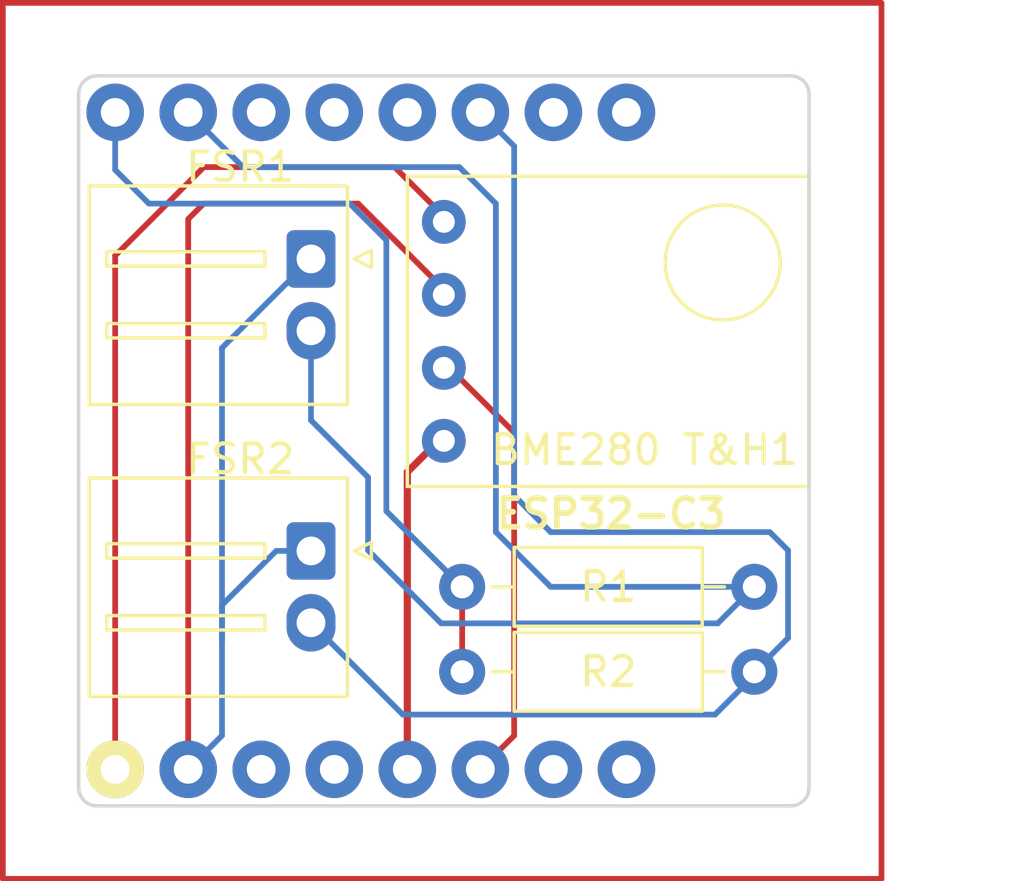
<source format=kicad_pcb>
(kicad_pcb (version 20211014) (generator pcbnew)
  (layers (0 "F.Cu" signal) (31 "B.Cu" signal) (34 "B.Paste" user) (35 "F.Paste" user) (36 "B.SilkS" user "B.Silkscreen") (37 "F.SilkS" user "F.Silkscreen") (38 "B.Mask" user) (39 "F.Mask" user) (44 "Edge.Cuts" user))
  (net 0 "")
  (net 1 "VIN")
  (net 2 "GND")
  (net 3 "3.3V")
  (net 4 "RST")
  (net 5 "A3")
  (net 6 "A2")
  (net 7 "A1")
  (net 8 "A0")
  (net 9 "A4")
  (net 10 "A5")
  (net 11 "SCL")
  (net 12 "SDA")
  (footprint "MountingHole:MountingHole_2.2mm_M2" (layer "F.Cu") (at 137.8 136.6)
    (fp_text reference "REF**" hide)
    (fp_text value "MountingHole_2.2mm_M2")
    (pad "" np_thru_hole circle (at 0 0) (size 2.2 2.2) (drill 2.2) (layers *.Cu *.Mask))
  )
  (footprint "Connector_JST:JST_XH_S2B-XH-A-1_1x02_P2.50mm_Horizontal" (layer "F.Cu") (at 114.375 152.4 -90)
    (fp_text reference "FSR2" (at -4.445 -5.64) (layer "F.SilkS"))
    (fp_text value "JST_XH_S2B-XH-A-1_1x02_P2.50mm_Horizontal" hide)
    (fp_line (start -1 -1) (end -1 -6.5) (layer "F.SilkS") (width 0.12))
    (fp_line (start 1.5 -1) (end 1.5 -6.5) (layer "F.SilkS") (width 0.12))
    (fp_line (start -1 -6.5) (end -1.5 -6.5) (layer "F.SilkS") (width 0.12))
    (fp_line (start 1 -1) (end 1.5 -1) (layer "F.SilkS") (width 0.12))
    (fp_line (start 0 -0.39) (end -3.81 -0.39) (layer "F.SilkS") (width 0.12))
    (fp_line (start 1.5 -6.5) (end 1 -6.5) (layer "F.SilkS") (width 0.12))
    (fp_line (start -1.55 -10.2) (end -0.95 -10.2) (layer "F.SilkS") (width 0.12))
    (fp_line (start -1.5 -6.5) (end -1.5 -1) (layer "F.SilkS") (width 0.12))
    (fp_line (start 0 -0.39) (end 3.81 -0.39) (layer "F.SilkS") (width 0.12))
    (fp_line (start 1 -6.5) (end 1 -1) (layer "F.SilkS") (width 0.12))
    (fp_line (start -0.95 -10.2) (end -1.25 -9.6) (layer "F.SilkS") (width 0.12))
    (fp_line (start -1.5 -1) (end -1 -1) (layer "F.SilkS") (width 0.12))
    (fp_line (start -1.25 -9.6) (end -1.55 -10.2) (layer "F.SilkS") (width 0.12))
    (fp_rect (start 3.81 -0.39) (end -3.79 -9.37) (layer "F.SilkS") (width 0.12) (fill none))
    (pad "1" thru_hole roundrect (at -1.25 -8.1) (size 1.7 2) (drill 1) (layers *.Cu *.Mask) (roundrect_rratio 0.1470588235) (net 2 "GND"))
    (pad "2" thru_hole oval (at 1.25 -8.1) (size 1.7 2) (drill 1) (layers *.Cu *.Mask) (net 6 "A2"))
  )
  (footprint "Resistor_THT:R_Axial_DIN0207_L6.3mm_D2.5mm_P10.16mm_Horizontal" (layer "F.Cu") (at 127.732129 155.355294)
    (fp_text reference "R2" (at 5.08 0) (layer "F.SilkS"))
    (fp_text value "128kOhm" hide)
    (fp_line (start 1.81 1.37) (end 8.35 1.37) (layer "F.SilkS") (width 0.12))
    (fp_line (start 1.81 -1.37) (end 1.81 1.37) (layer "F.SilkS") (width 0.12))
    (fp_line (start 9.12 0) (end 8.35 0) (layer "F.SilkS") (width 0.12))
    (fp_line (start 8.35 1.37) (end 8.35 -1.37) (layer "F.SilkS") (width 0.12))
    (fp_line (start 8.35 -1.37) (end 1.81 -1.37) (layer "F.SilkS") (width 0.12))
    (fp_line (start 1.04 0) (end 1.81 0) (layer "F.SilkS") (width 0.12))
    (pad "1" thru_hole circle (at 0 0) (size 1.6 1.6) (drill 0.8) (layers *.Cu *.Mask) (net 3 "3.3V"))
    (pad "2" thru_hole oval (at 10.16 0) (size 1.6 1.6) (drill 0.8) (layers *.Cu *.Mask) (net 6 "A2"))
  )
  (footprint "Custom Footprints:BME280 5V" (layer "F.Cu") (at 125.825 143.51 -90)
    (fp_text reference "BME280 T&H1" (at 4.124976 -8.24379 unlocked) (layer "F.SilkS"))
    (fp_text value "BME280 5V")
    (fp_line (start -5.3975 -13.97) (end -5.3975 -10.97) (layer "F.SilkS") (width 0.12))
    (fp_line (start -5.3975 -13.97) (end 5.3975 -13.97) (layer "F.SilkS") (width 0.12))
    (fp_line (start 5.3975 0) (end -5.3975 0) (layer "F.SilkS") (width 0.12))
    (fp_line (start -5.3975 0) (end -5.3975 -13.97) (layer "F.SilkS") (width 0.12))
    (fp_line (start 5.3975 -13.97) (end 5.3975 0) (layer "F.SilkS") (width 0.12))
    (fp_circle (center -2.3975 -10.97) (end -0.3975 -10.97) (layer "F.SilkS") (width 0.12) (fill none))
    (pad "1" thru_hole circle (at -3.81 -1.27 180) (size 1.524 1.524) (drill 0.762) (layers *.Cu *.Mask) (net 1 "VIN"))
    (pad "2" thru_hole circle (at -1.27 -1.27 180) (size 1.524 1.524) (drill 0.762) (layers *.Cu *.Mask) (net 2 "GND"))
    (pad "3" thru_hole circle (at 1.27 -1.27 180) (size 1.524 1.524) (drill 0.762) (layers *.Cu *.Mask) (net 11 "SCL"))
    (pad "4" thru_hole circle (at 3.81 -1.27 180) (size 1.524 1.524) (drill 0.762) (layers *.Cu *.Mask) (net 12 "SDA"))
  )
  (footprint "MountingHole:MountingHole_2.2mm_M2" (layer "F.Cu") (at 137.8 158)
    (fp_text reference "REF**" hide)
    (fp_text value "MountingHole_2.2mm_M2")
    (pad "" np_thru_hole circle (at 0 0) (size 2.2 2.2) (drill 2.2) (layers *.Cu *.Mask))
  )
  (footprint "Connector_JST:JST_XH_S2B-XH-A-1_1x02_P2.50mm_Horizontal" (layer "F.Cu") (at 114.375 142.24 -90)
    (fp_text reference "FSR1" (at -4.445 -5.64) (layer "F.SilkS"))
    (fp_text value "ST_XH_S2B-XH-A-1_1x02_P2.50mm_Horizontal" hide)
    (fp_line (start -1.5 -1) (end -1 -1) (layer "F.SilkS") (width 0.12))
    (fp_line (start -1 -6.5) (end -1.5 -6.5) (layer "F.SilkS") (width 0.12))
    (fp_line (start -1.5 -6.5) (end -1.5 -1) (layer "F.SilkS") (width 0.12))
    (fp_line (start 0 -0.39) (end -3.81 -0.39) (layer "F.SilkS") (width 0.12))
    (fp_line (start 0 -0.39) (end 3.81 -0.39) (layer "F.SilkS") (width 0.12))
    (fp_line (start 1 -1) (end 1.5 -1) (layer "F.SilkS") (width 0.12))
    (fp_line (start 1 -6.5) (end 1 -1) (layer "F.SilkS") (width 0.12))
    (fp_line (start 1.5 -1) (end 1.5 -6.5) (layer "F.SilkS") (width 0.12))
    (fp_line (start -1 -1) (end -1 -6.5) (layer "F.SilkS") (width 0.12))
    (fp_line (start -1.25 -9.6) (end -1.55 -10.2) (layer "F.SilkS") (width 0.12))
    (fp_line (start -1.55 -10.2) (end -0.95 -10.2) (layer "F.SilkS") (width 0.12))
    (fp_line (start -0.95 -10.2) (end -1.25 -9.6) (layer "F.SilkS") (width 0.12))
    (fp_line (start 1.5 -6.5) (end 1 -6.5) (layer "F.SilkS") (width 0.12))
    (fp_rect (start 3.81 -0.39) (end -3.79 -9.37) (layer "F.SilkS") (width 0.12) (fill none))
    (pad "1" thru_hole roundrect (at -1.25 -8.1) (size 1.7 2) (drill 1) (layers *.Cu *.Mask) (roundrect_rratio 0.1470588235) (net 2 "GND"))
    (pad "2" thru_hole oval (at 1.25 -8.1) (size 1.7 2) (drill 1) (layers *.Cu *.Mask) (net 10 "A5"))
  )
  (footprint "Module:WEMOS_Lolin_ESP32-C3_Pico" (layer "F.Cu") (at 114.395 147.32 -90)
    (fp_text reference "ESP32-C3" (at 2.54 -18.512129) (layer "F.SilkS") (effects (font (thickness 0.2))))
    (fp_text value "ESP32-C3")
    (fp_line (start -12.7 -24.765) (end -12.7 -0.635) (layer "Edge.Cuts") (width 0.12))
    (fp_line (start 12.065 -25.4) (end -12.065 -25.4) (layer "Edge.Cuts") (width 0.12))
    (fp_line (start 12.7 -0.635) (end 12.7 -24.765) (layer "Edge.Cuts") (width 0.12))
    (fp_line (start -12.065 0) (end 12.065 0) (layer "Edge.Cuts") (width 0.12))
    (fp_arc (start -12.065 0) (mid -12.514013 -0.185987) (end -12.7 -0.635) (layer "Edge.Cuts") (width 0.12))
    (fp_arc (start -12.7 -24.765) (mid -12.514013 -25.214013) (end -12.065 -25.4) (layer "Edge.Cuts") (width 0.12))
    (fp_arc (start 12.065 -25.4) (mid 12.514013 -25.214013) (end 12.7 -24.765) (layer "Edge.Cuts") (width 0.12))
    (fp_arc (start 12.7 -0.635) (mid 12.514013 -0.185987) (end 12.065 0) (layer "Edge.Cuts") (width 0.12))
    (pad "1" thru_hole circle (at -11.43 -19.05 270) (size 2 2) (drill 1) (layers *.Cu *.Mask) (net 4 "RST"))
    (pad "2" thru_hole circle (at -11.43 -16.51 270) (size 2 2) (drill 1) (layers *.Cu *.Mask) (net 5 "A3"))
    (pad "3" thru_hole circle (at -11.43 -13.97 270) (size 2 2) (drill 1) (layers *.Cu *.Mask) (net 6 "A2"))
    (pad "4" thru_hole circle (at -11.43 -11.43 270) (size 2 2) (drill 1) (layers *.Cu *.Mask) (net 7 "A1"))
    (pad "5" thru_hole circle (at -11.43 -8.89 270) (size 2 2) (drill 1) (layers *.Cu *.Mask) (net 8 "A0"))
    (pad "6" thru_hole circle (at -11.43 -6.35 270) (size 2 2) (drill 1) (layers *.Cu *.Mask) (net 9 "A4"))
    (pad "7" thru_hole circle (at -11.43 -3.81 270) (size 2 2) (drill 1) (layers *.Cu *.Mask) (net 10 "A5"))
    (pad "8" thru_hole circle (at -11.43 -1.27 270) (size 2 2) (drill 1) (layers *.Cu *.Mask) (net 3 "3.3V"))
    (pad "9" thru_hole circle (at 11.43 -1.27 270) (size 2 2) (drill 1) (layers *.Cu *.Mask "F.SilkS") (net 1 "VIN"))
    (pad "10" thru_hole circle (at 11.43 -3.81 270) (size 2 2) (drill 1) (layers *.Cu *.Mask) (net 2 "GND"))
    (pad "11" thru_hole circle (at 11.43 -6.35 270) (size 2 2) (drill 1) (layers *.Cu *.Mask))
    (pad "12" thru_hole circle (at 11.43 -8.89 270) (size 2 2) (drill 1) (layers *.Cu *.Mask))
    (pad "13" thru_hole circle (at 11.43 -11.43 270) (size 2 2) (drill 1) (layers *.Cu *.Mask) (net 12 "SDA"))
    (pad "14" thru_hole circle (at 11.43 -13.97 270) (size 2 2) (drill 1) (layers *.Cu *.Mask) (net 11 "SCL"))
    (pad "15" thru_hole circle (at 11.43 -16.51 270) (size 2 2) (drill 1) (layers *.Cu *.Mask))
    (pad "16" thru_hole circle (at 11.43 -19.05 270) (size 2 2) (drill 1) (layers *.Cu *.Mask))
  )
  (footprint "Resistor_THT:R_Axial_DIN0207_L6.3mm_D2.5mm_P10.16mm_Horizontal" (layer "F.Cu") (at 127.732129 152.4)
    (fp_text reference "R1" (at 5.08 0) (layer "F.SilkS"))
    (fp_text value "128kOhm" hide)
    (fp_line (start 8.35 1.37) (end 8.35 -1.37) (layer "F.SilkS") (width 0.12))
    (fp_line (start 1.04 0) (end 1.81 0) (layer "F.SilkS") (width 0.12))
    (fp_line (start 1.81 -1.37) (end 1.81 1.37) (layer "F.SilkS") (width 0.12))
    (fp_line (start 9.12 0) (end 8.35 0) (layer "F.SilkS") (width 0.12))
    (fp_line (start 8.35 -1.37) (end 1.81 -1.37) (layer "F.SilkS") (width 0.12))
    (fp_line (start 1.81 1.37) (end 8.35 1.37) (layer "F.SilkS") (width 0.12))
    (pad "1" thru_hole circle (at 0 0) (size 1.6 1.6) (drill 0.8) (layers *.Cu *.Mask) (net 3 "3.3V"))
    (pad "2" thru_hole oval (at 10.16 0) (size 1.6 1.6) (drill 0.8) (layers *.Cu *.Mask) (net 10 "A5"))
  )
  (gr_rect (start 111.76 132.08) (end 142.314869 162.56) (layer "F.Cu") (width 0.2) (fill none))
  (segment (start 127.1 139.51) (end 125.385 137.795) (width 0.2) (layer "F.Cu") (net 1))
  (segment (start 125.385 137.795) (end 118.745 137.795) (width 0.2) (layer "F.Cu") (net 1))
  (segment (start 115.665 140.875) (end 115.665 158.75) (width 0.2) (layer "F.Cu") (net 1))
  (segment (start 118.745 137.795) (end 115.665 140.875) (width 0.2) (layer "F.Cu") (net 1))
  (segment (start 124.115 139.065) (end 118.745 139.065) (width 0.2) (layer "F.Cu") (net 2))
  (segment (start 127.1 142.05) (end 124.115 139.065) (width 0.2) (layer "F.Cu") (net 2))
  (segment (start 118.745 139.065) (end 118.205 139.605) (width 0.2) (layer "F.Cu") (net 2))
  (segment (start 118.205 139.605) (end 118.205 158.75) (width 0.2) (layer "F.Cu") (net 2))
  (segment (start 119.38 157.575) (end 118.205 158.75) (width 0.2) (layer "B.Cu") (net 2))
  (segment (start 119.38 153.035) (end 119.38 157.575) (width 0.2) (layer "B.Cu") (net 2))
  (segment (start 119.38 144.085) (end 119.38 144.145) (width 0.2) (layer "B.Cu") (net 2))
  (segment (start 119.38 144.145) (end 119.38 154.305) (width 0.2) (layer "B.Cu") (net 2))
  (segment (start 122.475 140.99) (end 119.38 144.085) (width 0.2) (layer "B.Cu") (net 2))
  (segment (start 121.265 151.15) (end 119.38 153.035) (width 0.2) (layer "B.Cu") (net 2))
  (segment (start 122.475 151.15) (end 121.265 151.15) (width 0.2) (layer "B.Cu") (net 2))
  (segment (start 127.732129 155.355294) (end 127.732129 152.4) (width 0.2) (layer "F.Cu") (net 3))
  (segment (start 125.095 149.762871) (end 127.732129 152.4) (width 0.2) (layer "B.Cu") (net 3))
  (segment (start 115.665 137.89) (end 116.84 139.065) (width 0.2) (layer "B.Cu") (net 3))
  (segment (start 123.825 139.065) (end 125.095 140.335) (width 0.2) (layer "B.Cu") (net 3))
  (segment (start 125.095 140.335) (end 125.095 149.762871) (width 0.2) (layer "B.Cu") (net 3))
  (segment (start 115.665 135.89) (end 115.665 137.89) (width 0.2) (layer "B.Cu") (net 3))
  (segment (start 116.84 139.065) (end 123.825 139.065) (width 0.2) (layer "B.Cu") (net 3))
  (segment (start 139.065 154.182423) (end 139.065 151.13) (width 0.2) (layer "B.Cu") (net 6))
  (segment (start 129.54 137.065) (end 128.365 135.89) (width 0.2) (layer "B.Cu") (net 6))
  (segment (start 129.54 149.225) (end 129.54 137.065) (width 0.2) (layer "B.Cu") (net 6))
  (segment (start 130.81 150.495) (end 129.54 149.225) (width 0.2) (layer "B.Cu") (net 6))
  (segment (start 137.892129 155.355294) (end 139.065 154.182423) (width 0.2) (layer "B.Cu") (net 6))
  (segment (start 137.892129 155.477871) (end 136.525 156.845) (width 0.2) (layer "B.Cu") (net 6))
  (segment (start 139.065 151.13) (end 138.43 150.495) (width 0.2) (layer "B.Cu") (net 6))
  (segment (start 138.43 150.495) (end 130.81 150.495) (width 0.2) (layer "B.Cu") (net 6))
  (segment (start 125.67 156.845) (end 122.475 153.65) (width 0.2) (layer "B.Cu") (net 6))
  (segment (start 136.525 156.845) (end 125.67 156.845) (width 0.2) (layer "B.Cu") (net 6))
  (segment (start 127.635 137.795) (end 120.11 137.795) (width 0.2) (layer "B.Cu") (net 10))
  (segment (start 136.622129 153.67) (end 127 153.67) (width 0.2) (layer "B.Cu") (net 10))
  (segment (start 128.905 139.065) (end 127.635 137.795) (width 0.2) (layer "B.Cu") (net 10))
  (segment (start 127 153.67) (end 124.46 151.13) (width 0.2) (layer "B.Cu") (net 10))
  (segment (start 124.46 151.13) (end 124.46 148.59) (width 0.2) (layer "B.Cu") (net 10))
  (segment (start 122.475 146.605) (end 122.475 143.49) (width 0.2) (layer "B.Cu") (net 10))
  (segment (start 128.905 150.495) (end 128.905 139.065) (width 0.2) (layer "B.Cu") (net 10))
  (segment (start 124.46 148.59) (end 122.475 146.605) (width 0.2) (layer "B.Cu") (net 10))
  (segment (start 120.11 137.795) (end 118.205 135.89) (width 0.2) (layer "B.Cu") (net 10))
  (segment (start 137.892129 152.4) (end 130.81 152.4) (width 0.2) (layer "B.Cu") (net 10))
  (segment (start 130.81 152.4) (end 128.905 150.495) (width 0.2) (layer "B.Cu") (net 10))
  (segment (start 136.622129 153.67) (end 137.892129 152.4) (width 0.2) (layer "B.Cu") (net 10))
  (segment (start 127.1 144.59) (end 129.54 147.03) (width 0.2) (layer "F.Cu") (net 11))
  (segment (start 129.54 147.03) (end 129.54 157.575) (width 0.2) (layer "F.Cu") (net 11))
  (segment (start 129.54 157.575) (end 128.365 158.75) (width 0.2) (layer "F.Cu") (net 11))
  (segment (start 125.825 148.405) (end 125.825 158.75) (width 0.25) (layer "F.Cu") (net 12))
  (segment (start 127.1 147.13) (end 125.825 148.405) (width 0.25) (layer "F.Cu") (net 12))
)
</source>
